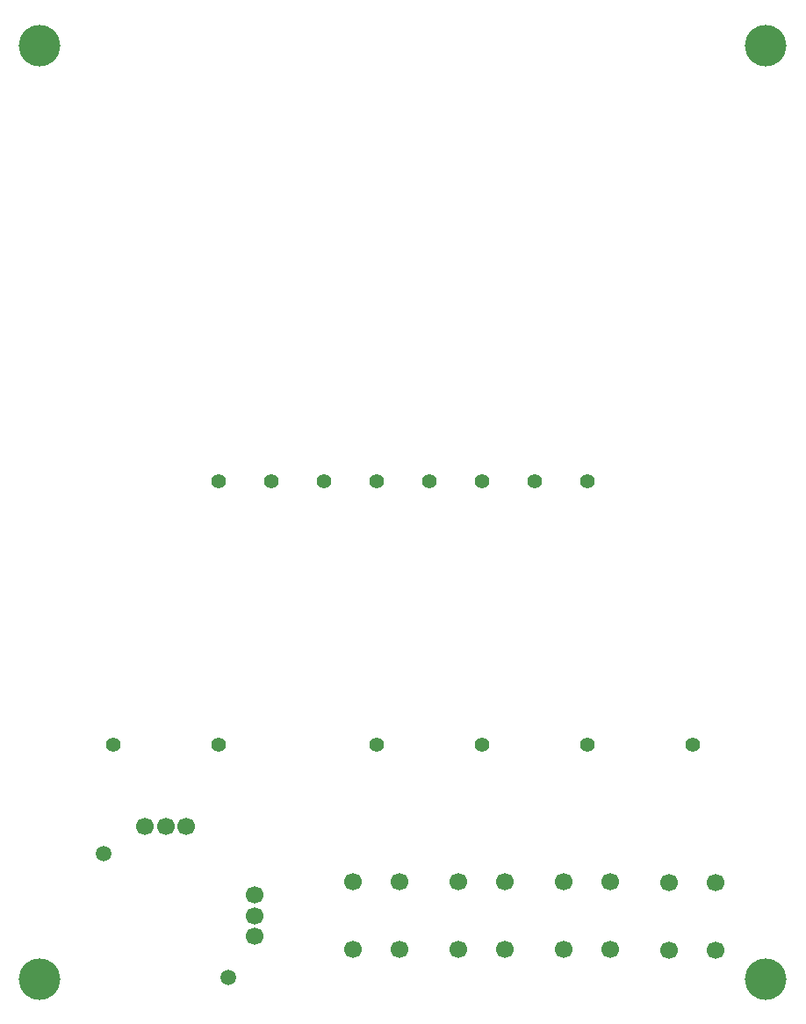
<source format=gbs>
G04 #@! TF.GenerationSoftware,KiCad,Pcbnew,(6.0.4-0)*
G04 #@! TF.CreationDate,2022-04-01T19:28:55+09:00*
G04 #@! TF.ProjectId,TrainingBoard-01,54726169-6e69-46e6-9742-6f6172642d30,V1.0*
G04 #@! TF.SameCoordinates,Original*
G04 #@! TF.FileFunction,Soldermask,Bot*
G04 #@! TF.FilePolarity,Negative*
%FSLAX46Y46*%
G04 Gerber Fmt 4.6, Leading zero omitted, Abs format (unit mm)*
G04 Created by KiCad (PCBNEW (6.0.4-0)) date 2022-04-01 19:28:55*
%MOMM*%
%LPD*%
G01*
G04 APERTURE LIST*
%ADD10C,4.000000*%
%ADD11C,1.400000*%
%ADD12C,1.700000*%
%ADD13C,1.500000*%
G04 APERTURE END LIST*
D10*
X-35000000Y-95000000D03*
X35000000Y-95000000D03*
X35000000Y-5000000D03*
X-35000000Y-5000000D03*
D11*
X17780000Y-46990000D03*
X-2540000Y-46990000D03*
D12*
X5370000Y-92150000D03*
X5370000Y-85650000D03*
X9870000Y-92150000D03*
X9870000Y-85650000D03*
D11*
X7620000Y-46990000D03*
D12*
X-20860000Y-80300000D03*
X-22860000Y-80300000D03*
X-24860000Y-80300000D03*
D11*
X-12700000Y-46990000D03*
D12*
X25690000Y-92220000D03*
X25690000Y-85720000D03*
X30190000Y-92220000D03*
X30190000Y-85720000D03*
X15530000Y-92150000D03*
X15530000Y-85650000D03*
X20030000Y-92150000D03*
X20030000Y-85650000D03*
D11*
X27940000Y-72390000D03*
D13*
X-16860000Y-94900000D03*
D11*
X7620000Y-72390000D03*
X-17780000Y-46990000D03*
X12700000Y-46990000D03*
X-2540000Y-72390000D03*
X-17780000Y-72390000D03*
X17780000Y-72390000D03*
D12*
X-14260000Y-90900000D03*
X-14260000Y-88900000D03*
X-14260000Y-86900000D03*
D11*
X-27940000Y-72390000D03*
D12*
X-4790000Y-92150000D03*
X-4790000Y-85650000D03*
X-290000Y-92150000D03*
X-290000Y-85650000D03*
D13*
X-28860000Y-82900000D03*
D11*
X-7620000Y-46990000D03*
X2540000Y-46990000D03*
M02*

</source>
